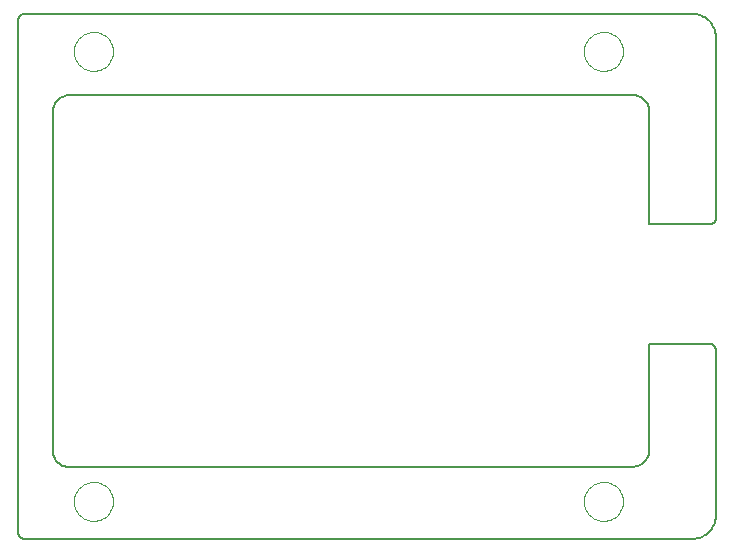
<source format=gm1>
G75*
G70*
%OFA0B0*%
%FSLAX24Y24*%
%IPPOS*%
%LPD*%
%AMOC8*
5,1,8,0,0,1.08239X$1,22.5*
%
%ADD10C,0.0060*%
%ADD11C,0.0000*%
D10*
X000130Y000327D02*
X000130Y007130D01*
X000130Y017433D01*
X000132Y017459D01*
X000137Y017484D01*
X000145Y017508D01*
X000156Y017532D01*
X000171Y017553D01*
X000188Y017572D01*
X000207Y017589D01*
X000228Y017604D01*
X000252Y017615D01*
X000276Y017623D01*
X000301Y017628D01*
X000327Y017630D01*
X022593Y017630D01*
X022647Y017628D01*
X022700Y017623D01*
X022753Y017614D01*
X022805Y017601D01*
X022857Y017585D01*
X022907Y017565D01*
X022955Y017542D01*
X023002Y017515D01*
X023047Y017486D01*
X023090Y017453D01*
X023130Y017418D01*
X023168Y017380D01*
X023203Y017340D01*
X023236Y017297D01*
X023265Y017252D01*
X023292Y017205D01*
X023315Y017157D01*
X023335Y017107D01*
X023351Y017055D01*
X023364Y017003D01*
X023373Y016950D01*
X023378Y016897D01*
X023380Y016843D01*
X023380Y010827D01*
X023378Y010801D01*
X023373Y010776D01*
X023365Y010752D01*
X023354Y010729D01*
X023339Y010707D01*
X023322Y010688D01*
X023303Y010671D01*
X023282Y010656D01*
X023258Y010645D01*
X023234Y010637D01*
X023209Y010632D01*
X023183Y010630D01*
X021165Y010630D01*
X021165Y014344D01*
X021163Y014390D01*
X021158Y014436D01*
X021149Y014482D01*
X021136Y014527D01*
X021120Y014570D01*
X021101Y014612D01*
X021078Y014653D01*
X021052Y014691D01*
X021023Y014728D01*
X020992Y014762D01*
X020958Y014793D01*
X020921Y014822D01*
X020883Y014848D01*
X020842Y014871D01*
X020800Y014890D01*
X020757Y014906D01*
X020712Y014919D01*
X020666Y014928D01*
X020620Y014933D01*
X020574Y014935D01*
X001871Y014935D01*
X001825Y014933D01*
X001779Y014928D01*
X001733Y014919D01*
X001688Y014906D01*
X001645Y014890D01*
X001603Y014871D01*
X001562Y014848D01*
X001524Y014822D01*
X001487Y014793D01*
X001453Y014762D01*
X001422Y014728D01*
X001393Y014691D01*
X001367Y014653D01*
X001344Y014612D01*
X001325Y014570D01*
X001309Y014527D01*
X001296Y014482D01*
X001287Y014436D01*
X001282Y014390D01*
X001280Y014344D01*
X001280Y008642D01*
X001280Y003121D01*
X001278Y003076D01*
X001279Y003031D01*
X001285Y002987D01*
X001293Y002943D01*
X001306Y002900D01*
X001322Y002858D01*
X001341Y002817D01*
X001364Y002778D01*
X001389Y002742D01*
X001418Y002707D01*
X001449Y002675D01*
X001483Y002646D01*
X001520Y002619D01*
X001558Y002596D01*
X001598Y002576D01*
X001640Y002559D01*
X001683Y002546D01*
X001727Y002536D01*
X001771Y002530D01*
X020574Y002530D01*
X020620Y002532D01*
X020666Y002537D01*
X020712Y002546D01*
X020757Y002559D01*
X020800Y002575D01*
X020842Y002594D01*
X020883Y002617D01*
X020921Y002643D01*
X020958Y002672D01*
X020992Y002703D01*
X021023Y002737D01*
X021052Y002774D01*
X021078Y002812D01*
X021101Y002853D01*
X021120Y002895D01*
X021136Y002938D01*
X021149Y002983D01*
X021158Y003029D01*
X021163Y003075D01*
X021165Y003121D01*
X021165Y006630D01*
X023183Y006630D01*
X023209Y006628D01*
X023234Y006623D01*
X023258Y006615D01*
X023282Y006604D01*
X023303Y006589D01*
X023322Y006572D01*
X023339Y006553D01*
X023354Y006532D01*
X023365Y006508D01*
X023373Y006484D01*
X023378Y006459D01*
X023380Y006433D01*
X023380Y000917D01*
X023378Y000863D01*
X023373Y000810D01*
X023364Y000757D01*
X023351Y000705D01*
X023335Y000653D01*
X023315Y000603D01*
X023292Y000555D01*
X023265Y000508D01*
X023236Y000463D01*
X023203Y000420D01*
X023168Y000380D01*
X023130Y000342D01*
X023090Y000307D01*
X023047Y000274D01*
X023002Y000245D01*
X022955Y000218D01*
X022907Y000195D01*
X022857Y000175D01*
X022805Y000159D01*
X022753Y000146D01*
X022700Y000137D01*
X022647Y000132D01*
X022593Y000130D01*
X000327Y000130D01*
X000301Y000132D01*
X000276Y000137D01*
X000252Y000145D01*
X000228Y000156D01*
X000207Y000171D01*
X000188Y000188D01*
X000171Y000207D01*
X000156Y000229D01*
X000145Y000252D01*
X000137Y000276D01*
X000132Y000301D01*
X000130Y000327D01*
D11*
X001980Y001380D02*
X001982Y001430D01*
X001988Y001480D01*
X001998Y001530D01*
X002011Y001578D01*
X002028Y001626D01*
X002049Y001672D01*
X002073Y001716D01*
X002101Y001758D01*
X002132Y001798D01*
X002166Y001835D01*
X002203Y001870D01*
X002242Y001901D01*
X002283Y001930D01*
X002327Y001955D01*
X002373Y001977D01*
X002420Y001995D01*
X002468Y002009D01*
X002517Y002020D01*
X002567Y002027D01*
X002617Y002030D01*
X002668Y002029D01*
X002718Y002024D01*
X002768Y002015D01*
X002816Y002003D01*
X002864Y001986D01*
X002910Y001966D01*
X002955Y001943D01*
X002998Y001916D01*
X003038Y001886D01*
X003076Y001853D01*
X003111Y001817D01*
X003144Y001778D01*
X003173Y001737D01*
X003199Y001694D01*
X003222Y001649D01*
X003241Y001602D01*
X003256Y001554D01*
X003268Y001505D01*
X003276Y001455D01*
X003280Y001405D01*
X003280Y001355D01*
X003276Y001305D01*
X003268Y001255D01*
X003256Y001206D01*
X003241Y001158D01*
X003222Y001111D01*
X003199Y001066D01*
X003173Y001023D01*
X003144Y000982D01*
X003111Y000943D01*
X003076Y000907D01*
X003038Y000874D01*
X002998Y000844D01*
X002955Y000817D01*
X002910Y000794D01*
X002864Y000774D01*
X002816Y000757D01*
X002768Y000745D01*
X002718Y000736D01*
X002668Y000731D01*
X002617Y000730D01*
X002567Y000733D01*
X002517Y000740D01*
X002468Y000751D01*
X002420Y000765D01*
X002373Y000783D01*
X002327Y000805D01*
X002283Y000830D01*
X002242Y000859D01*
X002203Y000890D01*
X002166Y000925D01*
X002132Y000962D01*
X002101Y001002D01*
X002073Y001044D01*
X002049Y001088D01*
X002028Y001134D01*
X002011Y001182D01*
X001998Y001230D01*
X001988Y001280D01*
X001982Y001330D01*
X001980Y001380D01*
X018980Y001380D02*
X018982Y001430D01*
X018988Y001480D01*
X018998Y001530D01*
X019011Y001578D01*
X019028Y001626D01*
X019049Y001672D01*
X019073Y001716D01*
X019101Y001758D01*
X019132Y001798D01*
X019166Y001835D01*
X019203Y001870D01*
X019242Y001901D01*
X019283Y001930D01*
X019327Y001955D01*
X019373Y001977D01*
X019420Y001995D01*
X019468Y002009D01*
X019517Y002020D01*
X019567Y002027D01*
X019617Y002030D01*
X019668Y002029D01*
X019718Y002024D01*
X019768Y002015D01*
X019816Y002003D01*
X019864Y001986D01*
X019910Y001966D01*
X019955Y001943D01*
X019998Y001916D01*
X020038Y001886D01*
X020076Y001853D01*
X020111Y001817D01*
X020144Y001778D01*
X020173Y001737D01*
X020199Y001694D01*
X020222Y001649D01*
X020241Y001602D01*
X020256Y001554D01*
X020268Y001505D01*
X020276Y001455D01*
X020280Y001405D01*
X020280Y001355D01*
X020276Y001305D01*
X020268Y001255D01*
X020256Y001206D01*
X020241Y001158D01*
X020222Y001111D01*
X020199Y001066D01*
X020173Y001023D01*
X020144Y000982D01*
X020111Y000943D01*
X020076Y000907D01*
X020038Y000874D01*
X019998Y000844D01*
X019955Y000817D01*
X019910Y000794D01*
X019864Y000774D01*
X019816Y000757D01*
X019768Y000745D01*
X019718Y000736D01*
X019668Y000731D01*
X019617Y000730D01*
X019567Y000733D01*
X019517Y000740D01*
X019468Y000751D01*
X019420Y000765D01*
X019373Y000783D01*
X019327Y000805D01*
X019283Y000830D01*
X019242Y000859D01*
X019203Y000890D01*
X019166Y000925D01*
X019132Y000962D01*
X019101Y001002D01*
X019073Y001044D01*
X019049Y001088D01*
X019028Y001134D01*
X019011Y001182D01*
X018998Y001230D01*
X018988Y001280D01*
X018982Y001330D01*
X018980Y001380D01*
X018980Y016380D02*
X018982Y016430D01*
X018988Y016480D01*
X018998Y016530D01*
X019011Y016578D01*
X019028Y016626D01*
X019049Y016672D01*
X019073Y016716D01*
X019101Y016758D01*
X019132Y016798D01*
X019166Y016835D01*
X019203Y016870D01*
X019242Y016901D01*
X019283Y016930D01*
X019327Y016955D01*
X019373Y016977D01*
X019420Y016995D01*
X019468Y017009D01*
X019517Y017020D01*
X019567Y017027D01*
X019617Y017030D01*
X019668Y017029D01*
X019718Y017024D01*
X019768Y017015D01*
X019816Y017003D01*
X019864Y016986D01*
X019910Y016966D01*
X019955Y016943D01*
X019998Y016916D01*
X020038Y016886D01*
X020076Y016853D01*
X020111Y016817D01*
X020144Y016778D01*
X020173Y016737D01*
X020199Y016694D01*
X020222Y016649D01*
X020241Y016602D01*
X020256Y016554D01*
X020268Y016505D01*
X020276Y016455D01*
X020280Y016405D01*
X020280Y016355D01*
X020276Y016305D01*
X020268Y016255D01*
X020256Y016206D01*
X020241Y016158D01*
X020222Y016111D01*
X020199Y016066D01*
X020173Y016023D01*
X020144Y015982D01*
X020111Y015943D01*
X020076Y015907D01*
X020038Y015874D01*
X019998Y015844D01*
X019955Y015817D01*
X019910Y015794D01*
X019864Y015774D01*
X019816Y015757D01*
X019768Y015745D01*
X019718Y015736D01*
X019668Y015731D01*
X019617Y015730D01*
X019567Y015733D01*
X019517Y015740D01*
X019468Y015751D01*
X019420Y015765D01*
X019373Y015783D01*
X019327Y015805D01*
X019283Y015830D01*
X019242Y015859D01*
X019203Y015890D01*
X019166Y015925D01*
X019132Y015962D01*
X019101Y016002D01*
X019073Y016044D01*
X019049Y016088D01*
X019028Y016134D01*
X019011Y016182D01*
X018998Y016230D01*
X018988Y016280D01*
X018982Y016330D01*
X018980Y016380D01*
X001980Y016380D02*
X001982Y016430D01*
X001988Y016480D01*
X001998Y016530D01*
X002011Y016578D01*
X002028Y016626D01*
X002049Y016672D01*
X002073Y016716D01*
X002101Y016758D01*
X002132Y016798D01*
X002166Y016835D01*
X002203Y016870D01*
X002242Y016901D01*
X002283Y016930D01*
X002327Y016955D01*
X002373Y016977D01*
X002420Y016995D01*
X002468Y017009D01*
X002517Y017020D01*
X002567Y017027D01*
X002617Y017030D01*
X002668Y017029D01*
X002718Y017024D01*
X002768Y017015D01*
X002816Y017003D01*
X002864Y016986D01*
X002910Y016966D01*
X002955Y016943D01*
X002998Y016916D01*
X003038Y016886D01*
X003076Y016853D01*
X003111Y016817D01*
X003144Y016778D01*
X003173Y016737D01*
X003199Y016694D01*
X003222Y016649D01*
X003241Y016602D01*
X003256Y016554D01*
X003268Y016505D01*
X003276Y016455D01*
X003280Y016405D01*
X003280Y016355D01*
X003276Y016305D01*
X003268Y016255D01*
X003256Y016206D01*
X003241Y016158D01*
X003222Y016111D01*
X003199Y016066D01*
X003173Y016023D01*
X003144Y015982D01*
X003111Y015943D01*
X003076Y015907D01*
X003038Y015874D01*
X002998Y015844D01*
X002955Y015817D01*
X002910Y015794D01*
X002864Y015774D01*
X002816Y015757D01*
X002768Y015745D01*
X002718Y015736D01*
X002668Y015731D01*
X002617Y015730D01*
X002567Y015733D01*
X002517Y015740D01*
X002468Y015751D01*
X002420Y015765D01*
X002373Y015783D01*
X002327Y015805D01*
X002283Y015830D01*
X002242Y015859D01*
X002203Y015890D01*
X002166Y015925D01*
X002132Y015962D01*
X002101Y016002D01*
X002073Y016044D01*
X002049Y016088D01*
X002028Y016134D01*
X002011Y016182D01*
X001998Y016230D01*
X001988Y016280D01*
X001982Y016330D01*
X001980Y016380D01*
M02*

</source>
